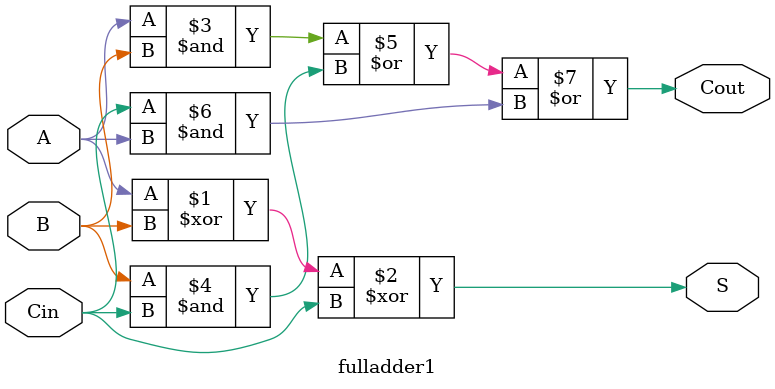
<source format=v>
module fulladder1 (A,B,Cin,S,Cout);

input A;
input B;
input Cin;
output S;
output Cout;

assign S = (A ^ B) ^ Cin;

assign Cout = (A&B) | (B&Cin) | (Cin & A);



endmodule


</source>
